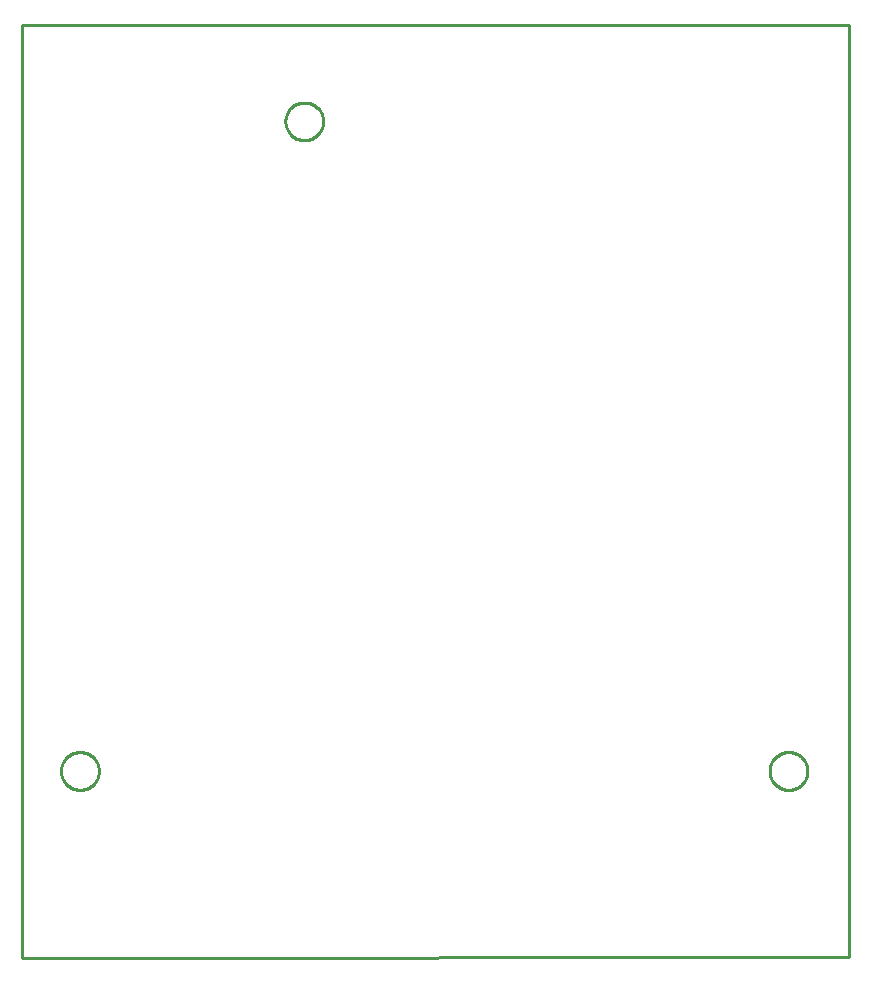
<source format=gko>
G04 EAGLE Gerber RS-274X export*
G75*
%MOMM*%
%FSLAX36Y36*%
%LPD*%
%IN*%
%IPPOS*%
%AMOC8*
5,1,8,0,0,1.08239X$1,22.5*%
G01*
%ADD10C,0.254000*%


D10*
X0Y0D02*
X70000000Y100000D01*
X70000000Y79000000D01*
X0Y79000000D01*
X0Y0D01*
X63280000Y15787622D02*
X63286850Y15683088D01*
X63300525Y15579228D01*
X63320963Y15476484D01*
X63348075Y15375297D01*
X63381747Y15276097D01*
X63421838Y15179316D01*
X63468169Y15085363D01*
X63520550Y14994638D01*
X63578750Y14907538D01*
X63642522Y14824428D01*
X63711591Y14745666D01*
X63785666Y14671591D01*
X63864428Y14602522D01*
X63947538Y14538750D01*
X64034638Y14480550D01*
X64125363Y14428169D01*
X64219316Y14381838D01*
X64316097Y14341747D01*
X64415297Y14308075D01*
X64516484Y14280963D01*
X64619228Y14260525D01*
X64723088Y14246850D01*
X64827622Y14240000D01*
X64932378Y14240000D01*
X65036913Y14246850D01*
X65140772Y14260525D01*
X65243516Y14280963D01*
X65344703Y14308075D01*
X65443903Y14341747D01*
X65540684Y14381838D01*
X65634638Y14428169D01*
X65725363Y14480550D01*
X65812463Y14538750D01*
X65895572Y14602522D01*
X65974334Y14671591D01*
X66048409Y14745666D01*
X66117478Y14824428D01*
X66181250Y14907538D01*
X66239450Y14994638D01*
X66291831Y15085363D01*
X66338163Y15179316D01*
X66378253Y15276097D01*
X66411925Y15375297D01*
X66439038Y15476484D01*
X66459475Y15579228D01*
X66473150Y15683088D01*
X66480000Y15787622D01*
X66480000Y15892378D01*
X66473150Y15996913D01*
X66459475Y16100772D01*
X66439038Y16203516D01*
X66411925Y16304703D01*
X66378253Y16403903D01*
X66338163Y16500684D01*
X66291831Y16594638D01*
X66239450Y16685363D01*
X66181250Y16772463D01*
X66117478Y16855572D01*
X66048409Y16934334D01*
X65974334Y17008409D01*
X65895572Y17077478D01*
X65812463Y17141250D01*
X65725363Y17199450D01*
X65634638Y17251831D01*
X65540684Y17298163D01*
X65443903Y17338253D01*
X65344703Y17371925D01*
X65243516Y17399038D01*
X65140772Y17419475D01*
X65036913Y17433150D01*
X64932378Y17440000D01*
X64827622Y17440000D01*
X64723088Y17433150D01*
X64619228Y17419475D01*
X64516484Y17399038D01*
X64415297Y17371925D01*
X64316097Y17338253D01*
X64219316Y17298163D01*
X64125363Y17251831D01*
X64034638Y17199450D01*
X63947538Y17141250D01*
X63864428Y17077478D01*
X63785666Y17008409D01*
X63711591Y16934334D01*
X63642522Y16855572D01*
X63578750Y16772463D01*
X63520550Y16685363D01*
X63468169Y16594638D01*
X63421838Y16500684D01*
X63381747Y16403903D01*
X63348075Y16304703D01*
X63320963Y16203516D01*
X63300525Y16100772D01*
X63286850Y15996913D01*
X63280000Y15892378D01*
X63280000Y15787622D01*
X3280000Y15787622D02*
X3286850Y15683088D01*
X3300525Y15579228D01*
X3320963Y15476484D01*
X3348075Y15375297D01*
X3381747Y15276097D01*
X3421838Y15179316D01*
X3468169Y15085363D01*
X3520550Y14994638D01*
X3578750Y14907538D01*
X3642522Y14824428D01*
X3711591Y14745666D01*
X3785666Y14671591D01*
X3864428Y14602522D01*
X3947538Y14538750D01*
X4034638Y14480550D01*
X4125363Y14428169D01*
X4219316Y14381838D01*
X4316097Y14341747D01*
X4415297Y14308075D01*
X4516484Y14280963D01*
X4619228Y14260525D01*
X4723088Y14246850D01*
X4827622Y14240000D01*
X4932378Y14240000D01*
X5036913Y14246850D01*
X5140772Y14260525D01*
X5243516Y14280963D01*
X5344703Y14308075D01*
X5443903Y14341747D01*
X5540684Y14381838D01*
X5634638Y14428169D01*
X5725363Y14480550D01*
X5812463Y14538750D01*
X5895572Y14602522D01*
X5974334Y14671591D01*
X6048409Y14745666D01*
X6117478Y14824428D01*
X6181250Y14907538D01*
X6239450Y14994638D01*
X6291831Y15085363D01*
X6338163Y15179316D01*
X6378253Y15276097D01*
X6411925Y15375297D01*
X6439038Y15476484D01*
X6459475Y15579228D01*
X6473150Y15683088D01*
X6480000Y15787622D01*
X6480000Y15892378D01*
X6473150Y15996913D01*
X6459475Y16100772D01*
X6439038Y16203516D01*
X6411925Y16304703D01*
X6378253Y16403903D01*
X6338163Y16500684D01*
X6291831Y16594638D01*
X6239450Y16685363D01*
X6181250Y16772463D01*
X6117478Y16855572D01*
X6048409Y16934334D01*
X5974334Y17008409D01*
X5895572Y17077478D01*
X5812463Y17141250D01*
X5725363Y17199450D01*
X5634638Y17251831D01*
X5540684Y17298163D01*
X5443903Y17338253D01*
X5344703Y17371925D01*
X5243516Y17399038D01*
X5140772Y17419475D01*
X5036913Y17433150D01*
X4932378Y17440000D01*
X4827622Y17440000D01*
X4723088Y17433150D01*
X4619228Y17419475D01*
X4516484Y17399038D01*
X4415297Y17371925D01*
X4316097Y17338253D01*
X4219316Y17298163D01*
X4125363Y17251831D01*
X4034638Y17199450D01*
X3947538Y17141250D01*
X3864428Y17077478D01*
X3785666Y17008409D01*
X3711591Y16934334D01*
X3642522Y16855572D01*
X3578750Y16772463D01*
X3520550Y16685363D01*
X3468169Y16594638D01*
X3421838Y16500684D01*
X3381747Y16403903D01*
X3348075Y16304703D01*
X3320963Y16203516D01*
X3300525Y16100772D01*
X3286850Y15996913D01*
X3280000Y15892378D01*
X3280000Y15787622D01*
X22280000Y70787622D02*
X22286850Y70683088D01*
X22300525Y70579228D01*
X22320963Y70476484D01*
X22348075Y70375297D01*
X22381747Y70276097D01*
X22421838Y70179316D01*
X22468169Y70085363D01*
X22520550Y69994638D01*
X22578750Y69907538D01*
X22642522Y69824428D01*
X22711591Y69745666D01*
X22785666Y69671591D01*
X22864428Y69602522D01*
X22947538Y69538750D01*
X23034638Y69480550D01*
X23125363Y69428169D01*
X23219316Y69381838D01*
X23316097Y69341747D01*
X23415297Y69308075D01*
X23516484Y69280963D01*
X23619228Y69260525D01*
X23723088Y69246850D01*
X23827622Y69240000D01*
X23932378Y69240000D01*
X24036913Y69246850D01*
X24140772Y69260525D01*
X24243516Y69280963D01*
X24344703Y69308075D01*
X24443903Y69341747D01*
X24540684Y69381838D01*
X24634638Y69428169D01*
X24725363Y69480550D01*
X24812463Y69538750D01*
X24895572Y69602522D01*
X24974334Y69671591D01*
X25048409Y69745666D01*
X25117478Y69824428D01*
X25181250Y69907538D01*
X25239450Y69994638D01*
X25291831Y70085363D01*
X25338163Y70179316D01*
X25378253Y70276097D01*
X25411925Y70375297D01*
X25439038Y70476484D01*
X25459475Y70579228D01*
X25473150Y70683088D01*
X25480000Y70787622D01*
X25480000Y70892378D01*
X25473150Y70996913D01*
X25459475Y71100772D01*
X25439038Y71203516D01*
X25411925Y71304703D01*
X25378253Y71403903D01*
X25338163Y71500684D01*
X25291831Y71594638D01*
X25239450Y71685363D01*
X25181250Y71772463D01*
X25117478Y71855572D01*
X25048409Y71934334D01*
X24974334Y72008409D01*
X24895572Y72077478D01*
X24812463Y72141250D01*
X24725363Y72199450D01*
X24634638Y72251831D01*
X24540684Y72298163D01*
X24443903Y72338253D01*
X24344703Y72371925D01*
X24243516Y72399038D01*
X24140772Y72419475D01*
X24036913Y72433150D01*
X23932378Y72440000D01*
X23827622Y72440000D01*
X23723088Y72433150D01*
X23619228Y72419475D01*
X23516484Y72399038D01*
X23415297Y72371925D01*
X23316097Y72338253D01*
X23219316Y72298163D01*
X23125363Y72251831D01*
X23034638Y72199450D01*
X22947538Y72141250D01*
X22864428Y72077478D01*
X22785666Y72008409D01*
X22711591Y71934334D01*
X22642522Y71855572D01*
X22578750Y71772463D01*
X22520550Y71685363D01*
X22468169Y71594638D01*
X22421838Y71500684D01*
X22381747Y71403903D01*
X22348075Y71304703D01*
X22320963Y71203516D01*
X22300525Y71100772D01*
X22286850Y70996913D01*
X22280000Y70892378D01*
X22280000Y70787622D01*
M02*

</source>
